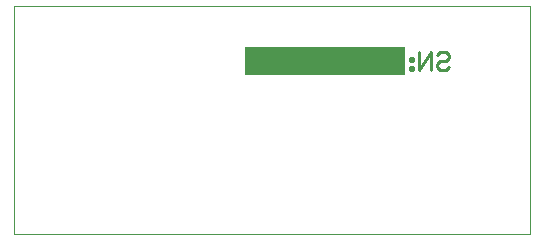
<source format=gbo>
G04*
G04 #@! TF.GenerationSoftware,Altium Limited,Altium Designer,20.1.12 (249)*
G04*
G04 Layer_Color=16777215*
%FSLAX44Y44*%
%MOMM*%
G71*
G04*
G04 #@! TF.SameCoordinates,52A52E15-BC90-467E-9468-B7486D457421*
G04*
G04*
G04 #@! TF.FilePolarity,Positive*
G04*
G01*
G75*
%ADD12C,0.1000*%
%ADD46C,0.2540*%
%ADD76R,13.5364X2.3622*%
D12*
X260000Y740000D02*
Y933040D01*
X696880Y740000D02*
Y933040D01*
X260000Y740000D02*
X696880D01*
X260000Y933040D02*
X696880D01*
D46*
X618303Y890926D02*
X620802Y893425D01*
X625801D01*
X628300Y890926D01*
Y888427D01*
X625801Y885928D01*
X620802D01*
X618303Y883428D01*
Y880929D01*
X620802Y878430D01*
X625801D01*
X628300Y880929D01*
X613305Y878430D02*
Y893425D01*
X603308Y878430D01*
Y893425D01*
X598310Y888427D02*
X595811D01*
Y885928D01*
X598310D01*
Y888427D01*
Y880929D02*
X595811D01*
Y878430D01*
X598310D01*
Y880929D01*
D76*
X523508Y886431D02*
D03*
M02*

</source>
